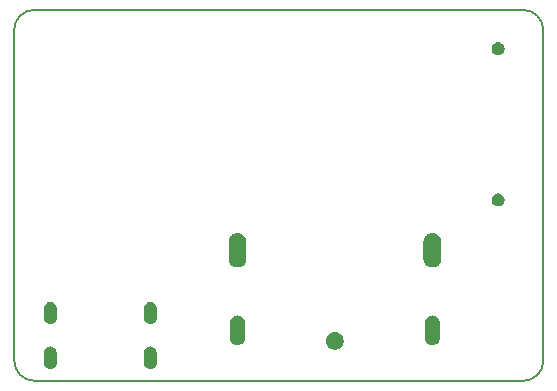
<source format=gbs>
G04 #@! TF.GenerationSoftware,KiCad,Pcbnew,5.1.2*
G04 #@! TF.CreationDate,2019-07-22T02:15:18+02:00*
G04 #@! TF.ProjectId,OtterScreen,4f747465-7253-4637-9265-656e2e6b6963,rev?*
G04 #@! TF.SameCoordinates,Original*
G04 #@! TF.FileFunction,Soldermask,Bot*
G04 #@! TF.FilePolarity,Negative*
%FSLAX46Y46*%
G04 Gerber Fmt 4.6, Leading zero omitted, Abs format (unit mm)*
G04 Created by KiCad (PCBNEW 5.1.2) date 2019-07-22 02:15:18*
%MOMM*%
%LPD*%
G04 APERTURE LIST*
%ADD10C,0.150000*%
%ADD11C,0.100000*%
G04 APERTURE END LIST*
D10*
X164099999Y-114200001D02*
G75*
G02X165800000Y-115900000I1J-1700000D01*
G01*
X121000001Y-115900001D02*
G75*
G02X122700000Y-114200000I1700000J1D01*
G01*
X122700001Y-145599999D02*
G75*
G02X121000000Y-143900000I-1J1700000D01*
G01*
X165800000Y-143900000D02*
G75*
G02X164100000Y-145600000I-1700000J0D01*
G01*
X164100000Y-145600000D02*
X136200000Y-145600000D01*
X165800000Y-115900000D02*
X165800000Y-143900000D01*
X122700000Y-114200000D02*
X164099999Y-114200001D01*
X121000000Y-143900000D02*
X121000001Y-115900001D01*
X136200000Y-145600000D02*
X122700001Y-145599999D01*
D11*
G36*
X132638014Y-142706973D02*
G01*
X132741878Y-142738479D01*
X132785907Y-142762013D01*
X132837599Y-142789643D01*
X132837601Y-142789644D01*
X132837600Y-142789644D01*
X132921501Y-142858499D01*
X132979887Y-142929643D01*
X132990357Y-142942401D01*
X133017987Y-142994093D01*
X133041521Y-143038121D01*
X133073027Y-143141985D01*
X133081000Y-143222933D01*
X133081000Y-144077067D01*
X133073027Y-144158015D01*
X133041521Y-144261879D01*
X133041519Y-144261882D01*
X132990357Y-144357600D01*
X132921501Y-144441501D01*
X132837600Y-144510357D01*
X132769055Y-144546995D01*
X132741879Y-144561521D01*
X132638015Y-144593027D01*
X132530000Y-144603666D01*
X132421986Y-144593027D01*
X132318122Y-144561521D01*
X132290946Y-144546995D01*
X132222401Y-144510357D01*
X132138500Y-144441501D01*
X132069644Y-144357600D01*
X132018482Y-144261882D01*
X132018480Y-144261879D01*
X131986973Y-144158015D01*
X131979000Y-144077067D01*
X131979000Y-143222934D01*
X131986973Y-143141986D01*
X132018479Y-143038122D01*
X132069644Y-142942400D01*
X132138499Y-142858499D01*
X132222400Y-142789644D01*
X132222399Y-142789644D01*
X132222401Y-142789643D01*
X132274093Y-142762013D01*
X132318121Y-142738479D01*
X132421985Y-142706973D01*
X132530000Y-142696334D01*
X132638014Y-142706973D01*
X132638014Y-142706973D01*
G37*
G36*
X124178014Y-142706973D02*
G01*
X124281878Y-142738479D01*
X124325907Y-142762013D01*
X124377599Y-142789643D01*
X124377601Y-142789644D01*
X124377600Y-142789644D01*
X124461501Y-142858499D01*
X124519887Y-142929643D01*
X124530357Y-142942401D01*
X124557987Y-142994093D01*
X124581521Y-143038121D01*
X124613027Y-143141985D01*
X124621000Y-143222933D01*
X124621000Y-144077067D01*
X124613027Y-144158015D01*
X124581521Y-144261879D01*
X124581519Y-144261882D01*
X124530357Y-144357600D01*
X124461501Y-144441501D01*
X124377600Y-144510357D01*
X124309055Y-144546995D01*
X124281879Y-144561521D01*
X124178015Y-144593027D01*
X124070000Y-144603666D01*
X123961986Y-144593027D01*
X123858122Y-144561521D01*
X123830946Y-144546995D01*
X123762401Y-144510357D01*
X123678500Y-144441501D01*
X123609644Y-144357600D01*
X123558482Y-144261882D01*
X123558480Y-144261879D01*
X123526973Y-144158015D01*
X123519000Y-144077067D01*
X123519000Y-143222934D01*
X123526973Y-143141986D01*
X123558479Y-143038122D01*
X123609644Y-142942400D01*
X123678499Y-142858499D01*
X123762400Y-142789644D01*
X123762399Y-142789644D01*
X123762401Y-142789643D01*
X123814093Y-142762013D01*
X123858121Y-142738479D01*
X123961985Y-142706973D01*
X124070000Y-142696334D01*
X124178014Y-142706973D01*
X124178014Y-142706973D01*
G37*
G36*
X148369059Y-141497860D02*
G01*
X148505732Y-141554472D01*
X148628735Y-141636660D01*
X148733340Y-141741265D01*
X148733341Y-141741267D01*
X148815529Y-141864270D01*
X148872140Y-142000941D01*
X148881425Y-142047618D01*
X148901000Y-142146033D01*
X148901000Y-142293967D01*
X148872140Y-142439059D01*
X148815528Y-142575732D01*
X148733340Y-142698735D01*
X148628735Y-142803340D01*
X148505732Y-142885528D01*
X148505731Y-142885529D01*
X148505730Y-142885529D01*
X148369059Y-142942140D01*
X148223968Y-142971000D01*
X148076032Y-142971000D01*
X147930941Y-142942140D01*
X147794270Y-142885529D01*
X147794269Y-142885529D01*
X147794268Y-142885528D01*
X147671265Y-142803340D01*
X147566660Y-142698735D01*
X147484472Y-142575732D01*
X147427860Y-142439059D01*
X147399000Y-142293967D01*
X147399000Y-142146033D01*
X147418576Y-142047618D01*
X147427860Y-142000941D01*
X147484471Y-141864270D01*
X147566659Y-141741267D01*
X147566660Y-141741265D01*
X147671265Y-141636660D01*
X147794268Y-141554472D01*
X147930941Y-141497860D01*
X148076032Y-141469000D01*
X148223968Y-141469000D01*
X148369059Y-141497860D01*
X148369059Y-141497860D01*
G37*
G36*
X140027617Y-140078420D02*
G01*
X140118403Y-140105960D01*
X140150335Y-140115646D01*
X140263424Y-140176094D01*
X140362554Y-140257447D01*
X140443906Y-140356575D01*
X140504354Y-140469664D01*
X140514040Y-140501596D01*
X140541580Y-140592382D01*
X140551000Y-140688027D01*
X140551000Y-141951973D01*
X140541580Y-142047618D01*
X140514040Y-142138404D01*
X140504354Y-142170336D01*
X140443906Y-142283425D01*
X140362554Y-142382554D01*
X140263425Y-142463906D01*
X140150336Y-142524354D01*
X140118404Y-142534040D01*
X140027618Y-142561580D01*
X139900000Y-142574149D01*
X139772383Y-142561580D01*
X139681597Y-142534040D01*
X139649665Y-142524354D01*
X139536576Y-142463906D01*
X139437447Y-142382554D01*
X139356095Y-142283425D01*
X139295647Y-142170336D01*
X139285961Y-142138404D01*
X139258421Y-142047618D01*
X139249001Y-141951973D01*
X139249000Y-140688028D01*
X139258420Y-140592383D01*
X139295645Y-140469669D01*
X139295646Y-140469665D01*
X139356094Y-140356576D01*
X139437447Y-140257446D01*
X139536575Y-140176094D01*
X139649664Y-140115646D01*
X139681596Y-140105960D01*
X139772382Y-140078420D01*
X139900000Y-140065851D01*
X140027617Y-140078420D01*
X140027617Y-140078420D01*
G37*
G36*
X156527617Y-140078420D02*
G01*
X156618403Y-140105960D01*
X156650335Y-140115646D01*
X156763424Y-140176094D01*
X156862554Y-140257447D01*
X156943906Y-140356575D01*
X157004354Y-140469664D01*
X157014040Y-140501596D01*
X157041580Y-140592382D01*
X157051000Y-140688027D01*
X157051000Y-141951973D01*
X157041580Y-142047618D01*
X157014040Y-142138404D01*
X157004354Y-142170336D01*
X156943906Y-142283425D01*
X156862554Y-142382554D01*
X156763425Y-142463906D01*
X156650336Y-142524354D01*
X156618404Y-142534040D01*
X156527618Y-142561580D01*
X156400000Y-142574149D01*
X156272383Y-142561580D01*
X156181597Y-142534040D01*
X156149665Y-142524354D01*
X156036576Y-142463906D01*
X155937447Y-142382554D01*
X155856095Y-142283425D01*
X155795647Y-142170336D01*
X155785961Y-142138404D01*
X155758421Y-142047618D01*
X155749001Y-141951973D01*
X155749000Y-140688028D01*
X155758420Y-140592383D01*
X155795645Y-140469669D01*
X155795646Y-140469665D01*
X155856094Y-140356576D01*
X155937447Y-140257446D01*
X156036575Y-140176094D01*
X156149664Y-140115646D01*
X156181596Y-140105960D01*
X156272382Y-140078420D01*
X156400000Y-140065851D01*
X156527617Y-140078420D01*
X156527617Y-140078420D01*
G37*
G36*
X124178014Y-138906973D02*
G01*
X124281878Y-138938479D01*
X124325907Y-138962013D01*
X124377599Y-138989643D01*
X124377601Y-138989644D01*
X124377600Y-138989644D01*
X124461501Y-139058499D01*
X124530356Y-139142400D01*
X124581521Y-139238121D01*
X124613027Y-139341985D01*
X124621000Y-139422933D01*
X124621000Y-140277067D01*
X124613027Y-140358015D01*
X124581521Y-140461879D01*
X124577357Y-140469669D01*
X124530357Y-140557600D01*
X124461501Y-140641501D01*
X124377600Y-140710357D01*
X124309055Y-140746995D01*
X124281879Y-140761521D01*
X124178015Y-140793027D01*
X124070000Y-140803666D01*
X123961986Y-140793027D01*
X123858122Y-140761521D01*
X123830946Y-140746995D01*
X123762401Y-140710357D01*
X123678500Y-140641501D01*
X123609644Y-140557600D01*
X123562644Y-140469669D01*
X123558480Y-140461879D01*
X123526973Y-140358015D01*
X123519000Y-140277067D01*
X123519000Y-139422934D01*
X123526973Y-139341986D01*
X123558479Y-139238122D01*
X123609644Y-139142400D01*
X123678499Y-139058499D01*
X123762400Y-138989644D01*
X123762399Y-138989644D01*
X123762401Y-138989643D01*
X123814093Y-138962013D01*
X123858121Y-138938479D01*
X123961985Y-138906973D01*
X124070000Y-138896334D01*
X124178014Y-138906973D01*
X124178014Y-138906973D01*
G37*
G36*
X132638014Y-138906973D02*
G01*
X132741878Y-138938479D01*
X132785907Y-138962013D01*
X132837599Y-138989643D01*
X132837601Y-138989644D01*
X132837600Y-138989644D01*
X132921501Y-139058499D01*
X132990356Y-139142400D01*
X133041521Y-139238121D01*
X133073027Y-139341985D01*
X133081000Y-139422933D01*
X133081000Y-140277067D01*
X133073027Y-140358015D01*
X133041521Y-140461879D01*
X133037357Y-140469669D01*
X132990357Y-140557600D01*
X132921501Y-140641501D01*
X132837600Y-140710357D01*
X132769055Y-140746995D01*
X132741879Y-140761521D01*
X132638015Y-140793027D01*
X132530000Y-140803666D01*
X132421986Y-140793027D01*
X132318122Y-140761521D01*
X132290946Y-140746995D01*
X132222401Y-140710357D01*
X132138500Y-140641501D01*
X132069644Y-140557600D01*
X132022644Y-140469669D01*
X132018480Y-140461879D01*
X131986973Y-140358015D01*
X131979000Y-140277067D01*
X131979000Y-139422934D01*
X131986973Y-139341986D01*
X132018479Y-139238122D01*
X132069644Y-139142400D01*
X132138499Y-139058499D01*
X132222400Y-138989644D01*
X132222399Y-138989644D01*
X132222401Y-138989643D01*
X132274093Y-138962013D01*
X132318121Y-138938479D01*
X132421985Y-138906973D01*
X132530000Y-138896334D01*
X132638014Y-138906973D01*
X132638014Y-138906973D01*
G37*
G36*
X140047221Y-133099867D02*
G01*
X140188785Y-133142810D01*
X140319251Y-133212546D01*
X140369415Y-133253714D01*
X140433607Y-133306394D01*
X140490784Y-133376066D01*
X140527454Y-133420748D01*
X140597190Y-133551214D01*
X140640133Y-133692778D01*
X140651000Y-133803113D01*
X140651000Y-135276887D01*
X140640133Y-135387222D01*
X140597190Y-135528786D01*
X140527454Y-135659252D01*
X140503008Y-135689040D01*
X140433607Y-135773607D01*
X140349040Y-135843008D01*
X140319252Y-135867454D01*
X140188786Y-135937190D01*
X140047222Y-135980133D01*
X139900000Y-135994633D01*
X139752779Y-135980133D01*
X139611215Y-135937190D01*
X139480749Y-135867454D01*
X139450961Y-135843008D01*
X139366394Y-135773607D01*
X139296993Y-135689040D01*
X139272547Y-135659252D01*
X139202811Y-135528786D01*
X139159868Y-135387222D01*
X139149001Y-135276887D01*
X139149000Y-133803114D01*
X139159867Y-133692779D01*
X139202810Y-133551215D01*
X139272546Y-133420749D01*
X139313714Y-133370585D01*
X139366394Y-133306393D01*
X139436066Y-133249216D01*
X139480748Y-133212546D01*
X139611214Y-133142810D01*
X139752778Y-133099867D01*
X139900000Y-133085367D01*
X140047221Y-133099867D01*
X140047221Y-133099867D01*
G37*
G36*
X156547221Y-133099867D02*
G01*
X156688785Y-133142810D01*
X156819251Y-133212546D01*
X156869415Y-133253714D01*
X156933607Y-133306394D01*
X156990784Y-133376066D01*
X157027454Y-133420748D01*
X157097190Y-133551214D01*
X157140133Y-133692778D01*
X157151000Y-133803113D01*
X157151000Y-135276887D01*
X157140133Y-135387222D01*
X157097190Y-135528786D01*
X157027454Y-135659252D01*
X157003008Y-135689040D01*
X156933607Y-135773607D01*
X156849040Y-135843008D01*
X156819252Y-135867454D01*
X156688786Y-135937190D01*
X156547222Y-135980133D01*
X156400000Y-135994633D01*
X156252779Y-135980133D01*
X156111215Y-135937190D01*
X155980749Y-135867454D01*
X155950961Y-135843008D01*
X155866394Y-135773607D01*
X155796993Y-135689040D01*
X155772547Y-135659252D01*
X155702811Y-135528786D01*
X155659868Y-135387222D01*
X155649001Y-135276887D01*
X155649000Y-133803114D01*
X155659867Y-133692779D01*
X155702810Y-133551215D01*
X155772546Y-133420749D01*
X155813714Y-133370585D01*
X155866394Y-133306393D01*
X155936066Y-133249216D01*
X155980748Y-133212546D01*
X156111214Y-133142810D01*
X156252778Y-133099867D01*
X156400000Y-133085367D01*
X156547221Y-133099867D01*
X156547221Y-133099867D01*
G37*
G36*
X162135721Y-129745174D02*
G01*
X162235995Y-129786709D01*
X162235996Y-129786710D01*
X162326242Y-129847010D01*
X162402990Y-129923758D01*
X162402991Y-129923760D01*
X162463291Y-130014005D01*
X162504826Y-130114279D01*
X162526000Y-130220730D01*
X162526000Y-130329270D01*
X162504826Y-130435721D01*
X162463291Y-130535995D01*
X162463290Y-130535996D01*
X162402990Y-130626242D01*
X162326242Y-130702990D01*
X162280812Y-130733345D01*
X162235995Y-130763291D01*
X162135721Y-130804826D01*
X162029270Y-130826000D01*
X161920730Y-130826000D01*
X161814279Y-130804826D01*
X161714005Y-130763291D01*
X161669188Y-130733345D01*
X161623758Y-130702990D01*
X161547010Y-130626242D01*
X161486710Y-130535996D01*
X161486709Y-130535995D01*
X161445174Y-130435721D01*
X161424000Y-130329270D01*
X161424000Y-130220730D01*
X161445174Y-130114279D01*
X161486709Y-130014005D01*
X161547009Y-129923760D01*
X161547010Y-129923758D01*
X161623758Y-129847010D01*
X161714004Y-129786710D01*
X161714005Y-129786709D01*
X161814279Y-129745174D01*
X161920730Y-129724000D01*
X162029270Y-129724000D01*
X162135721Y-129745174D01*
X162135721Y-129745174D01*
G37*
G36*
X162135721Y-116945174D02*
G01*
X162235995Y-116986709D01*
X162235996Y-116986710D01*
X162326242Y-117047010D01*
X162402990Y-117123758D01*
X162402991Y-117123760D01*
X162463291Y-117214005D01*
X162504826Y-117314279D01*
X162526000Y-117420730D01*
X162526000Y-117529270D01*
X162504826Y-117635721D01*
X162463291Y-117735995D01*
X162463290Y-117735996D01*
X162402990Y-117826242D01*
X162326242Y-117902990D01*
X162280812Y-117933345D01*
X162235995Y-117963291D01*
X162135721Y-118004826D01*
X162029270Y-118026000D01*
X161920730Y-118026000D01*
X161814279Y-118004826D01*
X161714005Y-117963291D01*
X161669188Y-117933345D01*
X161623758Y-117902990D01*
X161547010Y-117826242D01*
X161486710Y-117735996D01*
X161486709Y-117735995D01*
X161445174Y-117635721D01*
X161424000Y-117529270D01*
X161424000Y-117420730D01*
X161445174Y-117314279D01*
X161486709Y-117214005D01*
X161547009Y-117123760D01*
X161547010Y-117123758D01*
X161623758Y-117047010D01*
X161714004Y-116986710D01*
X161714005Y-116986709D01*
X161814279Y-116945174D01*
X161920730Y-116924000D01*
X162029270Y-116924000D01*
X162135721Y-116945174D01*
X162135721Y-116945174D01*
G37*
M02*

</source>
